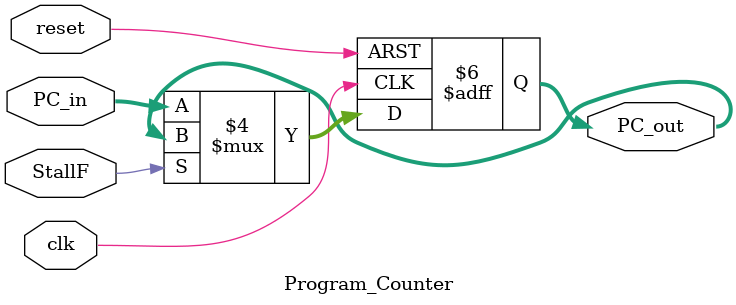
<source format=v>
module Program_Counter (clk, reset,StallF ,PC_in, PC_out);
	input clk, reset;
	input StallF;
	input [31:0] PC_in;
	output reg [31:0] PC_out;
	always @ (negedge clk or negedge reset)
	begin
		if(~reset)
			PC_out<=0;
		else if (StallF)
		    PC_out <= PC_out;
		else 
		    PC_out <= PC_in;
	end
endmodule
</source>
